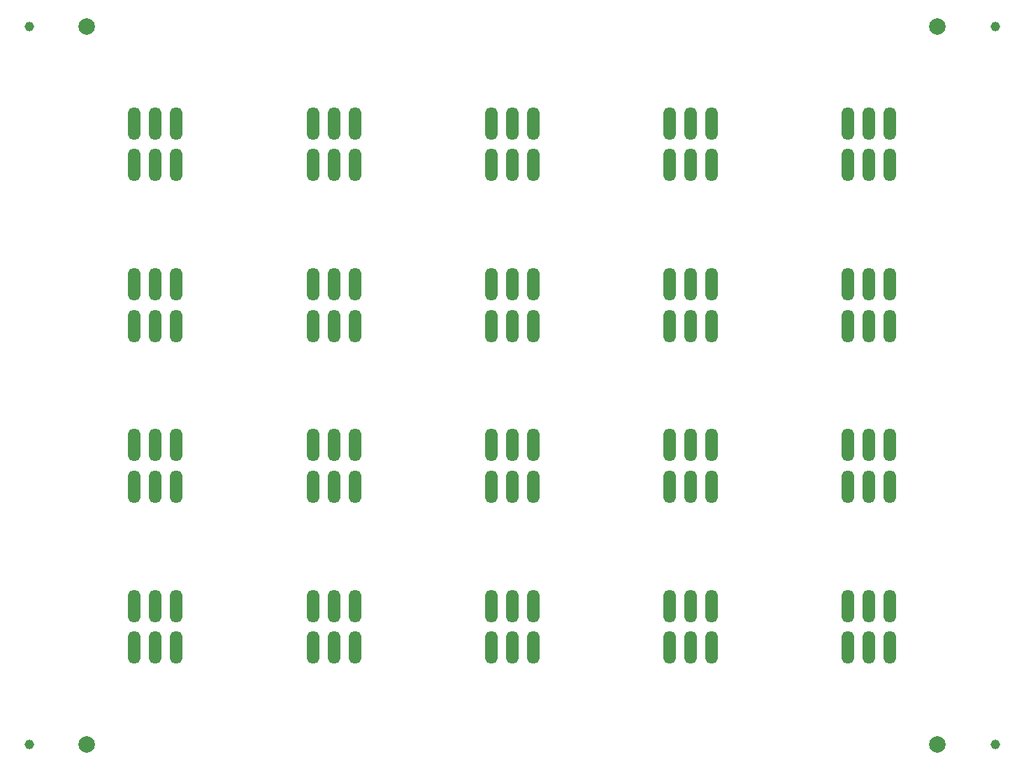
<source format=gbr>
%TF.GenerationSoftware,KiCad,Pcbnew,8.0.4*%
%TF.CreationDate,2024-10-17T13:25:31+11:00*%
%TF.ProjectId,panel,70616e65-6c2e-46b6-9963-61645f706362,rev?*%
%TF.SameCoordinates,Original*%
%TF.FileFunction,Soldermask,Bot*%
%TF.FilePolarity,Negative*%
%FSLAX46Y46*%
G04 Gerber Fmt 4.6, Leading zero omitted, Abs format (unit mm)*
G04 Created by KiCad (PCBNEW 8.0.4) date 2024-10-17 13:25:31*
%MOMM*%
%LPD*%
G01*
G04 APERTURE LIST*
G04 Aperture macros list*
%AMRoundRect*
0 Rectangle with rounded corners*
0 $1 Rounding radius*
0 $2 $3 $4 $5 $6 $7 $8 $9 X,Y pos of 4 corners*
0 Add a 4 corners polygon primitive as box body*
4,1,4,$2,$3,$4,$5,$6,$7,$8,$9,$2,$3,0*
0 Add four circle primitives for the rounded corners*
1,1,$1+$1,$2,$3*
1,1,$1+$1,$4,$5*
1,1,$1+$1,$6,$7*
1,1,$1+$1,$8,$9*
0 Add four rect primitives between the rounded corners*
20,1,$1+$1,$2,$3,$4,$5,0*
20,1,$1+$1,$4,$5,$6,$7,0*
20,1,$1+$1,$6,$7,$8,$9,0*
20,1,$1+$1,$8,$9,$2,$3,0*%
G04 Aperture macros list end*
%ADD10C,1.152000*%
%ADD11RoundRect,0.750000X-0.000010X1.250000X-0.000010X-1.250000X0.000010X-1.250000X0.000010X1.250000X0*%
%ADD12C,2.000000*%
G04 APERTURE END LIST*
D10*
%TO.C,KiKit_TO_4*%
X119500000Y-89500000D03*
%TD*%
%TO.C,KiKit_TO_1*%
X2500000Y-2500000D03*
%TD*%
%TO.C,KiKit_TO_3*%
X2500000Y-89500000D03*
%TD*%
%TO.C,KiKit_TO_2*%
X119500000Y-2500000D03*
%TD*%
D11*
%TO.C,J1*%
X36860000Y-14225000D03*
X39400000Y-14225000D03*
X41940000Y-14225000D03*
X41940000Y-19275000D03*
X39400000Y-19275000D03*
X36860000Y-19275000D03*
%TD*%
%TO.C,J1*%
X80060000Y-72725000D03*
X82600000Y-72725000D03*
X85140000Y-72725000D03*
X85140000Y-77775000D03*
X82600000Y-77775000D03*
X80060000Y-77775000D03*
%TD*%
%TO.C,J1*%
X80060000Y-33725000D03*
X82600000Y-33725000D03*
X85140000Y-33725000D03*
X85140000Y-38775000D03*
X82600000Y-38775000D03*
X80060000Y-38775000D03*
%TD*%
%TO.C,J1*%
X58460000Y-72725000D03*
X61000000Y-72725000D03*
X63540000Y-72725000D03*
X63540000Y-77775000D03*
X61000000Y-77775000D03*
X58460000Y-77775000D03*
%TD*%
D12*
%TO.C,KiKit_FID_B_2*%
X112500000Y-2500000D03*
%TD*%
D11*
%TO.C,J1*%
X36860000Y-72725000D03*
X39400000Y-72725000D03*
X41940000Y-72725000D03*
X41940000Y-77775000D03*
X39400000Y-77775000D03*
X36860000Y-77775000D03*
%TD*%
%TO.C,J1*%
X101660000Y-14225000D03*
X104200000Y-14225000D03*
X106740000Y-14225000D03*
X106740000Y-19275000D03*
X104200000Y-19275000D03*
X101660000Y-19275000D03*
%TD*%
%TO.C,J1*%
X101660000Y-72725000D03*
X104200000Y-72725000D03*
X106740000Y-72725000D03*
X106740000Y-77775000D03*
X104200000Y-77775000D03*
X101660000Y-77775000D03*
%TD*%
%TO.C,J1*%
X101660000Y-53225000D03*
X104200000Y-53225000D03*
X106740000Y-53225000D03*
X106740000Y-58275000D03*
X104200000Y-58275000D03*
X101660000Y-58275000D03*
%TD*%
%TO.C,J1*%
X15260000Y-72725000D03*
X17800000Y-72725000D03*
X20340000Y-72725000D03*
X20340000Y-77775000D03*
X17800000Y-77775000D03*
X15260000Y-77775000D03*
%TD*%
%TO.C,J1*%
X101660000Y-33725000D03*
X104200000Y-33725000D03*
X106740000Y-33725000D03*
X106740000Y-38775000D03*
X104200000Y-38775000D03*
X101660000Y-38775000D03*
%TD*%
D12*
%TO.C,KiKit_FID_B_1*%
X9500000Y-2500000D03*
%TD*%
D11*
%TO.C,J1*%
X58460000Y-53225000D03*
X61000000Y-53225000D03*
X63540000Y-53225000D03*
X63540000Y-58275000D03*
X61000000Y-58275000D03*
X58460000Y-58275000D03*
%TD*%
D12*
%TO.C,KiKit_FID_B_4*%
X112500000Y-89500000D03*
%TD*%
D11*
%TO.C,J1*%
X15260000Y-33725000D03*
X17800000Y-33725000D03*
X20340000Y-33725000D03*
X20340000Y-38775000D03*
X17800000Y-38775000D03*
X15260000Y-38775000D03*
%TD*%
%TO.C,J1*%
X36860000Y-53225000D03*
X39400000Y-53225000D03*
X41940000Y-53225000D03*
X41940000Y-58275000D03*
X39400000Y-58275000D03*
X36860000Y-58275000D03*
%TD*%
%TO.C,J1*%
X36860000Y-33725000D03*
X39400000Y-33725000D03*
X41940000Y-33725000D03*
X41940000Y-38775000D03*
X39400000Y-38775000D03*
X36860000Y-38775000D03*
%TD*%
%TO.C,J1*%
X58460000Y-33725000D03*
X61000000Y-33725000D03*
X63540000Y-33725000D03*
X63540000Y-38775000D03*
X61000000Y-38775000D03*
X58460000Y-38775000D03*
%TD*%
%TO.C,J1*%
X15260000Y-14225000D03*
X17800000Y-14225000D03*
X20340000Y-14225000D03*
X20340000Y-19275000D03*
X17800000Y-19275000D03*
X15260000Y-19275000D03*
%TD*%
%TO.C,J1*%
X80060000Y-53225000D03*
X82600000Y-53225000D03*
X85140000Y-53225000D03*
X85140000Y-58275000D03*
X82600000Y-58275000D03*
X80060000Y-58275000D03*
%TD*%
%TO.C,J1*%
X15260000Y-53225000D03*
X17800000Y-53225000D03*
X20340000Y-53225000D03*
X20340000Y-58275000D03*
X17800000Y-58275000D03*
X15260000Y-58275000D03*
%TD*%
%TO.C,J1*%
X80060000Y-14225000D03*
X82600000Y-14225000D03*
X85140000Y-14225000D03*
X85140000Y-19275000D03*
X82600000Y-19275000D03*
X80060000Y-19275000D03*
%TD*%
D12*
%TO.C,KiKit_FID_B_3*%
X9500000Y-89500000D03*
%TD*%
D11*
%TO.C,J1*%
X58460000Y-14225000D03*
X61000000Y-14225000D03*
X63540000Y-14225000D03*
X63540000Y-19275000D03*
X61000000Y-19275000D03*
X58460000Y-19275000D03*
%TD*%
M02*

</source>
